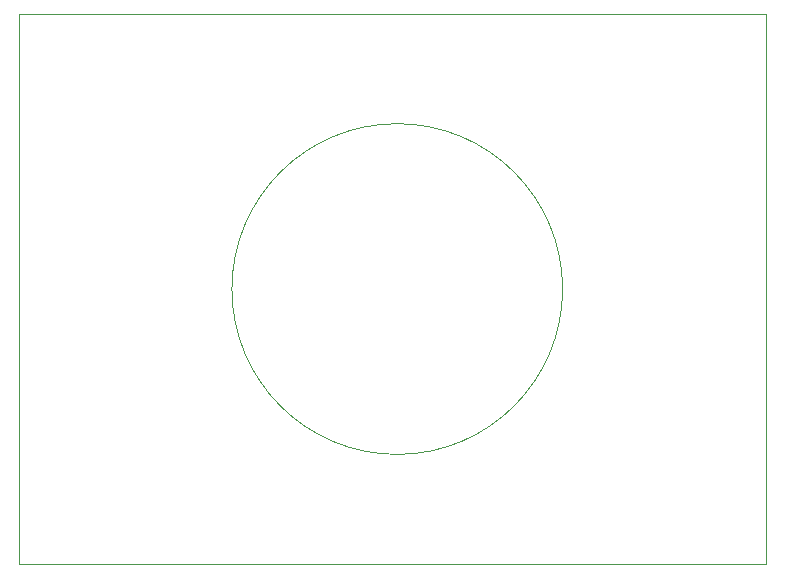
<source format=gbr>
G04 #@! TF.GenerationSoftware,KiCad,Pcbnew,5.0.0-rc2+dfsg1-3*
G04 #@! TF.CreationDate,2018-08-01T13:56:14+02:00*
G04 #@! TF.ProjectId,reform-trackball,7265666F726D2D747261636B62616C6C,rev?*
G04 #@! TF.SameCoordinates,Original*
G04 #@! TF.FileFunction,Profile,NP*
%FSLAX46Y46*%
G04 Gerber Fmt 4.6, Leading zero omitted, Abs format (unit mm)*
G04 Created by KiCad (PCBNEW 5.0.0-rc2+dfsg1-3) date Wed Aug  1 13:56:14 2018*
%MOMM*%
%LPD*%
G01*
G04 APERTURE LIST*
%ADD10C,0.100000*%
G04 APERTURE END LIST*
D10*
X97500000Y-136500000D02*
X97500000Y-90000000D01*
X143500000Y-113250000D02*
G75*
G03X143500000Y-113250000I-14000000J0D01*
G01*
X160750000Y-90000000D02*
X160750000Y-136500000D01*
X97500000Y-90000000D02*
X160750000Y-90000000D01*
X160750000Y-136500000D02*
X97500000Y-136500000D01*
M02*

</source>
